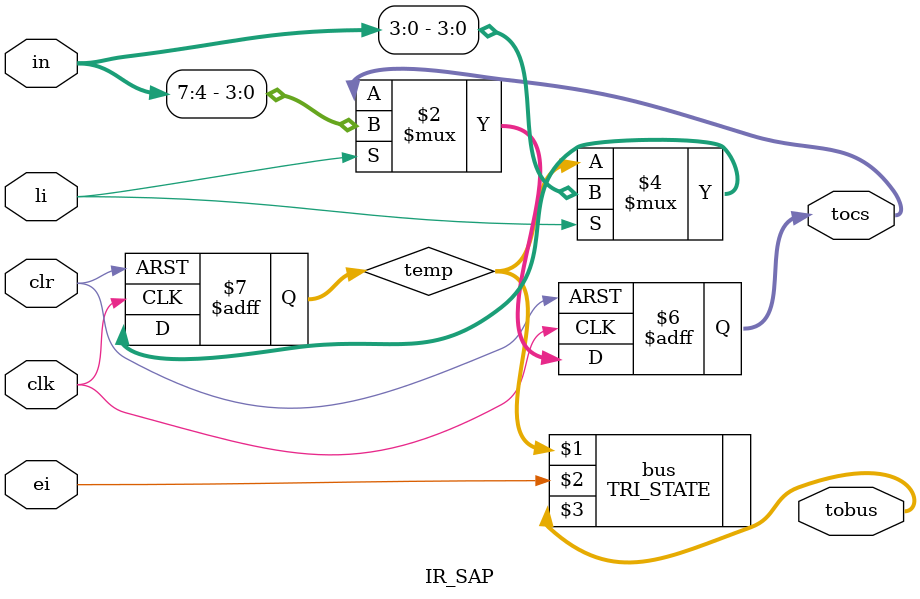
<source format=v>
module IR_SAP
	(
		input clk, clr, li, ei,
		input [7 : 0] in,
		output [3 : 0] tobus,
		output reg [3 : 0] tocs
	);

	reg [3 : 0] temp;

	TRI_STATE #(4) bus (temp, ei, tobus);

	always @ (posedge clk, posedge clr)
		if(clr) {tocs, temp} <= 8'h00;
		else if(li) {tocs, temp} <= in;
endmodule

</source>
